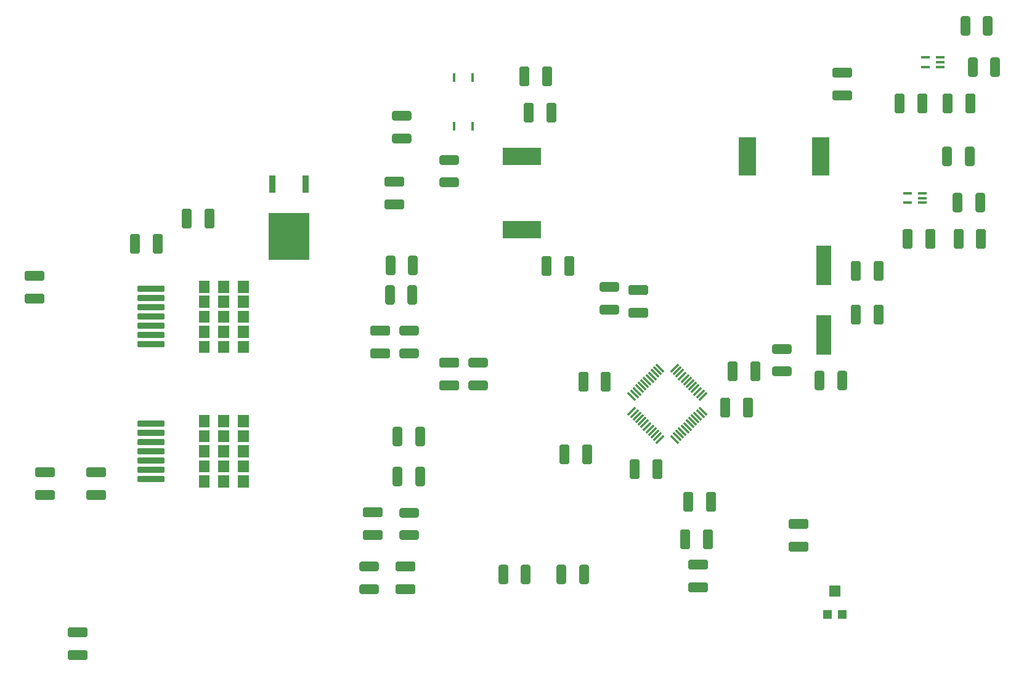
<source format=gbr>
%TF.GenerationSoftware,KiCad,Pcbnew,8.0.2*%
%TF.CreationDate,2024-06-26T19:24:32-04:00*%
%TF.ProjectId,pcb_forfirstproject,7063625f-666f-4726-9669-72737470726f,rev?*%
%TF.SameCoordinates,Original*%
%TF.FileFunction,Paste,Top*%
%TF.FilePolarity,Positive*%
%FSLAX46Y46*%
G04 Gerber Fmt 4.6, Leading zero omitted, Abs format (unit mm)*
G04 Created by KiCad (PCBNEW 8.0.2) date 2024-06-26 19:24:32*
%MOMM*%
%LPD*%
G01*
G04 APERTURE LIST*
G04 Aperture macros list*
%AMRoundRect*
0 Rectangle with rounded corners*
0 $1 Rounding radius*
0 $2 $3 $4 $5 $6 $7 $8 $9 X,Y pos of 4 corners*
0 Add a 4 corners polygon primitive as box body*
4,1,4,$2,$3,$4,$5,$6,$7,$8,$9,$2,$3,0*
0 Add four circle primitives for the rounded corners*
1,1,$1+$1,$2,$3*
1,1,$1+$1,$4,$5*
1,1,$1+$1,$6,$7*
1,1,$1+$1,$8,$9*
0 Add four rect primitives between the rounded corners*
20,1,$1+$1,$2,$3,$4,$5,0*
20,1,$1+$1,$4,$5,$6,$7,0*
20,1,$1+$1,$6,$7,$8,$9,0*
20,1,$1+$1,$8,$9,$2,$3,0*%
G04 Aperture macros list end*
%ADD10C,0.010000*%
%ADD11RoundRect,0.250000X0.412500X1.100000X-0.412500X1.100000X-0.412500X-1.100000X0.412500X-1.100000X0*%
%ADD12RoundRect,0.098750X-1.736250X-0.296250X1.736250X-0.296250X1.736250X0.296250X-1.736250X0.296250X0*%
%ADD13R,2.413000X5.207000*%
%ADD14R,2.000000X5.500000*%
%ADD15RoundRect,0.250000X-0.412500X-1.100000X0.412500X-1.100000X0.412500X1.100000X-0.412500X1.100000X0*%
%ADD16RoundRect,0.250000X-0.400000X-1.075000X0.400000X-1.075000X0.400000X1.075000X-0.400000X1.075000X0*%
%ADD17RoundRect,0.075000X0.415425X0.521491X-0.521491X-0.415425X-0.415425X-0.521491X0.521491X0.415425X0*%
%ADD18RoundRect,0.075000X-0.415425X0.521491X-0.521491X0.415425X0.415425X-0.521491X0.521491X-0.415425X0*%
%ADD19R,1.200000X1.200000*%
%ADD20R,1.600000X1.500000*%
%ADD21RoundRect,0.250000X-1.075000X0.400000X-1.075000X-0.400000X1.075000X-0.400000X1.075000X0.400000X0*%
%ADD22RoundRect,0.250000X1.100000X-0.412500X1.100000X0.412500X-1.100000X0.412500X-1.100000X-0.412500X0*%
%ADD23RoundRect,0.250000X-1.100000X0.412500X-1.100000X-0.412500X1.100000X-0.412500X1.100000X0.412500X0*%
%ADD24R,1.168400X0.355600*%
%ADD25RoundRect,0.250000X1.075000X-0.400000X1.075000X0.400000X-1.075000X0.400000X-1.075000X-0.400000X0*%
%ADD26RoundRect,0.250000X0.400000X1.075000X-0.400000X1.075000X-0.400000X-1.075000X0.400000X-1.075000X0*%
%ADD27R,0.457200X1.219200*%
%ADD28R,5.207000X2.413000*%
%ADD29R,0.939800X2.413000*%
%ADD30R,5.562600X6.553200*%
G04 APERTURE END LIST*
D10*
%TO.C,U5*%
X95525000Y-111975485D02*
X94115000Y-111975485D01*
X94115000Y-110395485D01*
X95525000Y-110395485D01*
X95525000Y-111975485D01*
G36*
X95525000Y-111975485D02*
G01*
X94115000Y-111975485D01*
X94115000Y-110395485D01*
X95525000Y-110395485D01*
X95525000Y-111975485D01*
G37*
X95525000Y-114045485D02*
X94115000Y-114045485D01*
X94115000Y-112465485D01*
X95525000Y-112465485D01*
X95525000Y-114045485D01*
G36*
X95525000Y-114045485D02*
G01*
X94115000Y-114045485D01*
X94115000Y-112465485D01*
X95525000Y-112465485D01*
X95525000Y-114045485D01*
G37*
X95525000Y-116115485D02*
X94115000Y-116115485D01*
X94115000Y-114535485D01*
X95525000Y-114535485D01*
X95525000Y-116115485D01*
G36*
X95525000Y-116115485D02*
G01*
X94115000Y-116115485D01*
X94115000Y-114535485D01*
X95525000Y-114535485D01*
X95525000Y-116115485D01*
G37*
X95525000Y-118185485D02*
X94115000Y-118185485D01*
X94115000Y-116605485D01*
X95525000Y-116605485D01*
X95525000Y-118185485D01*
G36*
X95525000Y-118185485D02*
G01*
X94115000Y-118185485D01*
X94115000Y-116605485D01*
X95525000Y-116605485D01*
X95525000Y-118185485D01*
G37*
X95525000Y-120255485D02*
X94115000Y-120255485D01*
X94115000Y-118675485D01*
X95525000Y-118675485D01*
X95525000Y-120255485D01*
G36*
X95525000Y-120255485D02*
G01*
X94115000Y-120255485D01*
X94115000Y-118675485D01*
X95525000Y-118675485D01*
X95525000Y-120255485D01*
G37*
X98205000Y-111975485D02*
X96795000Y-111975485D01*
X96795000Y-110395485D01*
X98205000Y-110395485D01*
X98205000Y-111975485D01*
G36*
X98205000Y-111975485D02*
G01*
X96795000Y-111975485D01*
X96795000Y-110395485D01*
X98205000Y-110395485D01*
X98205000Y-111975485D01*
G37*
X98205000Y-114045485D02*
X96795000Y-114045485D01*
X96795000Y-112465485D01*
X98205000Y-112465485D01*
X98205000Y-114045485D01*
G36*
X98205000Y-114045485D02*
G01*
X96795000Y-114045485D01*
X96795000Y-112465485D01*
X98205000Y-112465485D01*
X98205000Y-114045485D01*
G37*
X98205000Y-116115485D02*
X96795000Y-116115485D01*
X96795000Y-114535485D01*
X98205000Y-114535485D01*
X98205000Y-116115485D01*
G36*
X98205000Y-116115485D02*
G01*
X96795000Y-116115485D01*
X96795000Y-114535485D01*
X98205000Y-114535485D01*
X98205000Y-116115485D01*
G37*
X98205000Y-118185485D02*
X96795000Y-118185485D01*
X96795000Y-116605485D01*
X98205000Y-116605485D01*
X98205000Y-118185485D01*
G36*
X98205000Y-118185485D02*
G01*
X96795000Y-118185485D01*
X96795000Y-116605485D01*
X98205000Y-116605485D01*
X98205000Y-118185485D01*
G37*
X98205000Y-120255485D02*
X96795000Y-120255485D01*
X96795000Y-118675485D01*
X98205000Y-118675485D01*
X98205000Y-120255485D01*
G36*
X98205000Y-120255485D02*
G01*
X96795000Y-120255485D01*
X96795000Y-118675485D01*
X98205000Y-118675485D01*
X98205000Y-120255485D01*
G37*
X100885000Y-111975485D02*
X99475000Y-111975485D01*
X99475000Y-110395485D01*
X100885000Y-110395485D01*
X100885000Y-111975485D01*
G36*
X100885000Y-111975485D02*
G01*
X99475000Y-111975485D01*
X99475000Y-110395485D01*
X100885000Y-110395485D01*
X100885000Y-111975485D01*
G37*
X100885000Y-114045485D02*
X99475000Y-114045485D01*
X99475000Y-112465485D01*
X100885000Y-112465485D01*
X100885000Y-114045485D01*
G36*
X100885000Y-114045485D02*
G01*
X99475000Y-114045485D01*
X99475000Y-112465485D01*
X100885000Y-112465485D01*
X100885000Y-114045485D01*
G37*
X100885000Y-116115485D02*
X99475000Y-116115485D01*
X99475000Y-114535485D01*
X100885000Y-114535485D01*
X100885000Y-116115485D01*
G36*
X100885000Y-116115485D02*
G01*
X99475000Y-116115485D01*
X99475000Y-114535485D01*
X100885000Y-114535485D01*
X100885000Y-116115485D01*
G37*
X100885000Y-118185485D02*
X99475000Y-118185485D01*
X99475000Y-116605485D01*
X100885000Y-116605485D01*
X100885000Y-118185485D01*
G36*
X100885000Y-118185485D02*
G01*
X99475000Y-118185485D01*
X99475000Y-116605485D01*
X100885000Y-116605485D01*
X100885000Y-118185485D01*
G37*
X100885000Y-120255485D02*
X99475000Y-120255485D01*
X99475000Y-118675485D01*
X100885000Y-118675485D01*
X100885000Y-120255485D01*
G36*
X100885000Y-120255485D02*
G01*
X99475000Y-120255485D01*
X99475000Y-118675485D01*
X100885000Y-118675485D01*
X100885000Y-120255485D01*
G37*
%TO.C,U3*%
X95525000Y-93475485D02*
X94115000Y-93475485D01*
X94115000Y-91895485D01*
X95525000Y-91895485D01*
X95525000Y-93475485D01*
G36*
X95525000Y-93475485D02*
G01*
X94115000Y-93475485D01*
X94115000Y-91895485D01*
X95525000Y-91895485D01*
X95525000Y-93475485D01*
G37*
X95525000Y-95545485D02*
X94115000Y-95545485D01*
X94115000Y-93965485D01*
X95525000Y-93965485D01*
X95525000Y-95545485D01*
G36*
X95525000Y-95545485D02*
G01*
X94115000Y-95545485D01*
X94115000Y-93965485D01*
X95525000Y-93965485D01*
X95525000Y-95545485D01*
G37*
X95525000Y-97615485D02*
X94115000Y-97615485D01*
X94115000Y-96035485D01*
X95525000Y-96035485D01*
X95525000Y-97615485D01*
G36*
X95525000Y-97615485D02*
G01*
X94115000Y-97615485D01*
X94115000Y-96035485D01*
X95525000Y-96035485D01*
X95525000Y-97615485D01*
G37*
X95525000Y-99685485D02*
X94115000Y-99685485D01*
X94115000Y-98105485D01*
X95525000Y-98105485D01*
X95525000Y-99685485D01*
G36*
X95525000Y-99685485D02*
G01*
X94115000Y-99685485D01*
X94115000Y-98105485D01*
X95525000Y-98105485D01*
X95525000Y-99685485D01*
G37*
X95525000Y-101755485D02*
X94115000Y-101755485D01*
X94115000Y-100175485D01*
X95525000Y-100175485D01*
X95525000Y-101755485D01*
G36*
X95525000Y-101755485D02*
G01*
X94115000Y-101755485D01*
X94115000Y-100175485D01*
X95525000Y-100175485D01*
X95525000Y-101755485D01*
G37*
X98205000Y-93475485D02*
X96795000Y-93475485D01*
X96795000Y-91895485D01*
X98205000Y-91895485D01*
X98205000Y-93475485D01*
G36*
X98205000Y-93475485D02*
G01*
X96795000Y-93475485D01*
X96795000Y-91895485D01*
X98205000Y-91895485D01*
X98205000Y-93475485D01*
G37*
X98205000Y-95545485D02*
X96795000Y-95545485D01*
X96795000Y-93965485D01*
X98205000Y-93965485D01*
X98205000Y-95545485D01*
G36*
X98205000Y-95545485D02*
G01*
X96795000Y-95545485D01*
X96795000Y-93965485D01*
X98205000Y-93965485D01*
X98205000Y-95545485D01*
G37*
X98205000Y-97615485D02*
X96795000Y-97615485D01*
X96795000Y-96035485D01*
X98205000Y-96035485D01*
X98205000Y-97615485D01*
G36*
X98205000Y-97615485D02*
G01*
X96795000Y-97615485D01*
X96795000Y-96035485D01*
X98205000Y-96035485D01*
X98205000Y-97615485D01*
G37*
X98205000Y-99685485D02*
X96795000Y-99685485D01*
X96795000Y-98105485D01*
X98205000Y-98105485D01*
X98205000Y-99685485D01*
G36*
X98205000Y-99685485D02*
G01*
X96795000Y-99685485D01*
X96795000Y-98105485D01*
X98205000Y-98105485D01*
X98205000Y-99685485D01*
G37*
X98205000Y-101755485D02*
X96795000Y-101755485D01*
X96795000Y-100175485D01*
X98205000Y-100175485D01*
X98205000Y-101755485D01*
G36*
X98205000Y-101755485D02*
G01*
X96795000Y-101755485D01*
X96795000Y-100175485D01*
X98205000Y-100175485D01*
X98205000Y-101755485D01*
G37*
X100885000Y-93475485D02*
X99475000Y-93475485D01*
X99475000Y-91895485D01*
X100885000Y-91895485D01*
X100885000Y-93475485D01*
G36*
X100885000Y-93475485D02*
G01*
X99475000Y-93475485D01*
X99475000Y-91895485D01*
X100885000Y-91895485D01*
X100885000Y-93475485D01*
G37*
X100885000Y-95545485D02*
X99475000Y-95545485D01*
X99475000Y-93965485D01*
X100885000Y-93965485D01*
X100885000Y-95545485D01*
G36*
X100885000Y-95545485D02*
G01*
X99475000Y-95545485D01*
X99475000Y-93965485D01*
X100885000Y-93965485D01*
X100885000Y-95545485D01*
G37*
X100885000Y-97615485D02*
X99475000Y-97615485D01*
X99475000Y-96035485D01*
X100885000Y-96035485D01*
X100885000Y-97615485D01*
G36*
X100885000Y-97615485D02*
G01*
X99475000Y-97615485D01*
X99475000Y-96035485D01*
X100885000Y-96035485D01*
X100885000Y-97615485D01*
G37*
X100885000Y-99685485D02*
X99475000Y-99685485D01*
X99475000Y-98105485D01*
X100885000Y-98105485D01*
X100885000Y-99685485D01*
G36*
X100885000Y-99685485D02*
G01*
X99475000Y-99685485D01*
X99475000Y-98105485D01*
X100885000Y-98105485D01*
X100885000Y-99685485D01*
G37*
X100885000Y-101755485D02*
X99475000Y-101755485D01*
X99475000Y-100175485D01*
X100885000Y-100175485D01*
X100885000Y-101755485D01*
G36*
X100885000Y-101755485D02*
G01*
X99475000Y-101755485D01*
X99475000Y-100175485D01*
X100885000Y-100175485D01*
X100885000Y-101755485D01*
G37*
%TD*%
D11*
%TO.C,C5*%
X150062500Y-105825485D03*
X146937500Y-105825485D03*
%TD*%
D12*
%TO.C,U5*%
X87540000Y-111515485D03*
X87540000Y-112785485D03*
X87540000Y-114055485D03*
X87540000Y-115325485D03*
X87540000Y-116595485D03*
X87540000Y-117865485D03*
X87540000Y-119135485D03*
%TD*%
%TO.C,U3*%
X87540000Y-93015485D03*
X87540000Y-94285485D03*
X87540000Y-95555485D03*
X87540000Y-96825485D03*
X87540000Y-98095485D03*
X87540000Y-99365485D03*
X87540000Y-100635485D03*
%TD*%
D13*
%TO.C,L6*%
X169458100Y-74825485D03*
X179541900Y-74825485D03*
%TD*%
D14*
%TO.C,Y1*%
X180000000Y-89825485D03*
X180000000Y-99325485D03*
%TD*%
D15*
%TO.C,C17*%
X191500000Y-86174495D03*
X194625000Y-86174495D03*
%TD*%
D16*
%TO.C,R9*%
X179400000Y-105662985D03*
X182500000Y-105662985D03*
%TD*%
%TO.C,R8*%
X196950000Y-74825485D03*
X200050000Y-74825485D03*
%TD*%
D11*
%TO.C,C20*%
X164500000Y-122325485D03*
X161375000Y-122325485D03*
%TD*%
D17*
%TO.C,U1*%
X163387876Y-107826697D03*
X163034322Y-107473143D03*
X162680769Y-107119590D03*
X162327215Y-106766036D03*
X161973662Y-106412483D03*
X161620109Y-106058930D03*
X161266555Y-105705376D03*
X160913002Y-105351823D03*
X160559449Y-104998270D03*
X160205895Y-104644716D03*
X159852342Y-104291163D03*
X159498788Y-103937609D03*
D18*
X157501212Y-103937609D03*
X157147658Y-104291163D03*
X156794105Y-104644716D03*
X156440551Y-104998270D03*
X156086998Y-105351823D03*
X155733445Y-105705376D03*
X155379891Y-106058930D03*
X155026338Y-106412483D03*
X154672785Y-106766036D03*
X154319231Y-107119590D03*
X153965678Y-107473143D03*
X153612124Y-107826697D03*
D17*
X153612124Y-109824273D03*
X153965678Y-110177827D03*
X154319231Y-110531380D03*
X154672785Y-110884934D03*
X155026338Y-111238487D03*
X155379891Y-111592040D03*
X155733445Y-111945594D03*
X156086998Y-112299147D03*
X156440551Y-112652700D03*
X156794105Y-113006254D03*
X157147658Y-113359807D03*
X157501212Y-113713361D03*
D18*
X159498788Y-113713361D03*
X159852342Y-113359807D03*
X160205895Y-113006254D03*
X160559449Y-112652700D03*
X160913002Y-112299147D03*
X161266555Y-111945594D03*
X161620109Y-111592040D03*
X161973662Y-111238487D03*
X162327215Y-110884934D03*
X162680769Y-110531380D03*
X163034322Y-110177827D03*
X163387876Y-109824273D03*
%TD*%
D16*
%TO.C,R4*%
X143950000Y-132325485D03*
X147050000Y-132325485D03*
%TD*%
D19*
%TO.C,POT2*%
X180500000Y-137825485D03*
D20*
X181500000Y-134575485D03*
D19*
X182500000Y-137825485D03*
%TD*%
D21*
%TO.C,R5*%
X150500000Y-92775485D03*
X150500000Y-95875485D03*
%TD*%
D15*
%TO.C,C16*%
X85375000Y-86825485D03*
X88500000Y-86825485D03*
%TD*%
D22*
%TO.C,C37*%
X128500000Y-106325485D03*
X128500000Y-103200485D03*
%TD*%
D16*
%TO.C,R3*%
X135950000Y-132325485D03*
X139050000Y-132325485D03*
%TD*%
D15*
%TO.C,C34*%
X141875000Y-89867385D03*
X145000000Y-89867385D03*
%TD*%
D23*
%TO.C,C9*%
X162750000Y-130925485D03*
X162750000Y-134050485D03*
%TD*%
D22*
%TO.C,C40*%
X121000000Y-81387985D03*
X121000000Y-78262985D03*
%TD*%
%TO.C,C11*%
X122500000Y-134325485D03*
X122500000Y-131200485D03*
%TD*%
D11*
%TO.C,C8*%
X164062500Y-127487985D03*
X160937500Y-127487985D03*
%TD*%
D23*
%TO.C,C35*%
X71500000Y-91262985D03*
X71500000Y-94387985D03*
%TD*%
D21*
%TO.C,R6*%
X174250000Y-101275485D03*
X174250000Y-104375485D03*
%TD*%
D24*
%TO.C,U2*%
X196041400Y-62499990D03*
X196041400Y-61849991D03*
X196041400Y-61199992D03*
X193958600Y-61199992D03*
X193958600Y-62499990D03*
%TD*%
D11*
%TO.C,C7*%
X147500000Y-115825485D03*
X144375000Y-115825485D03*
%TD*%
%TO.C,C36*%
X95562500Y-83325485D03*
X92437500Y-83325485D03*
%TD*%
%TO.C,C18*%
X200125000Y-67499990D03*
X197000000Y-67499990D03*
%TD*%
D15*
%TO.C,C2*%
X184437500Y-90575485D03*
X187562500Y-90575485D03*
%TD*%
%TO.C,C3*%
X166437500Y-109325485D03*
X169562500Y-109325485D03*
%TD*%
D25*
%TO.C,R10*%
X128500000Y-78375485D03*
X128500000Y-75275485D03*
%TD*%
D21*
%TO.C,R19*%
X123000000Y-123787985D03*
X123000000Y-126887985D03*
%TD*%
D26*
%TO.C,R7*%
X201500000Y-81174495D03*
X198400000Y-81174495D03*
%TD*%
D27*
%TO.C,Q2*%
X129230000Y-70665585D03*
X131770000Y-70665585D03*
X131770000Y-63985385D03*
X129230000Y-63985385D03*
%TD*%
D22*
%TO.C,C32*%
X182500000Y-66387985D03*
X182500000Y-63262985D03*
%TD*%
%TO.C,C13*%
X118000000Y-126887985D03*
X118000000Y-123762985D03*
%TD*%
D23*
%TO.C,C39*%
X77500000Y-140262985D03*
X77500000Y-143387985D03*
%TD*%
D21*
%TO.C,R21*%
X132500000Y-103200485D03*
X132500000Y-106300485D03*
%TD*%
%TO.C,R14*%
X123000000Y-98775485D03*
X123000000Y-101875485D03*
%TD*%
D23*
%TO.C,C19*%
X154500000Y-93200485D03*
X154500000Y-96325485D03*
%TD*%
D26*
%TO.C,R18*%
X124550000Y-118825485D03*
X121450000Y-118825485D03*
%TD*%
D22*
%TO.C,C12*%
X119000000Y-101900485D03*
X119000000Y-98775485D03*
%TD*%
D11*
%TO.C,C4*%
X157125000Y-117825485D03*
X154000000Y-117825485D03*
%TD*%
D25*
%TO.C,R20*%
X122000000Y-72325485D03*
X122000000Y-69225485D03*
%TD*%
D28*
%TO.C,L7*%
X138500000Y-74825485D03*
X138500000Y-84909285D03*
%TD*%
D22*
%TO.C,C15*%
X73000000Y-121387985D03*
X73000000Y-118262985D03*
%TD*%
D21*
%TO.C,R13*%
X117500000Y-131212985D03*
X117500000Y-134312985D03*
%TD*%
D22*
%TO.C,C10*%
X176500000Y-128450485D03*
X176500000Y-125325485D03*
%TD*%
D26*
%TO.C,R2*%
X203550000Y-62499990D03*
X200450000Y-62499990D03*
%TD*%
D29*
%TO.C,MOSFET2*%
X108790000Y-78599185D03*
D30*
X106500000Y-85825485D03*
D29*
X104210000Y-78599185D03*
%TD*%
D15*
%TO.C,C1*%
X184437500Y-96575485D03*
X187562500Y-96575485D03*
%TD*%
D11*
%TO.C,C21*%
X201625000Y-86174495D03*
X198500000Y-86174495D03*
%TD*%
D16*
%TO.C,R1*%
X199450000Y-56825485D03*
X202550000Y-56825485D03*
%TD*%
D26*
%TO.C,R17*%
X123550000Y-89825485D03*
X120450000Y-89825485D03*
%TD*%
D15*
%TO.C,C22*%
X190437500Y-67499990D03*
X193562500Y-67499990D03*
%TD*%
D11*
%TO.C,C33*%
X142000000Y-63825485D03*
X138875000Y-63825485D03*
%TD*%
D15*
%TO.C,C6*%
X167500000Y-104325485D03*
X170625000Y-104325485D03*
%TD*%
D23*
%TO.C,C14*%
X80000000Y-118262985D03*
X80000000Y-121387985D03*
%TD*%
D26*
%TO.C,R15*%
X124550000Y-113325485D03*
X121450000Y-113325485D03*
%TD*%
D11*
%TO.C,C31*%
X142562500Y-68825485D03*
X139437500Y-68825485D03*
%TD*%
D24*
%TO.C,U6*%
X193582800Y-81174495D03*
X193582800Y-80524496D03*
X193582800Y-79874497D03*
X191500000Y-79874497D03*
X191500000Y-81174495D03*
%TD*%
D26*
%TO.C,R16*%
X123450000Y-93825485D03*
X120350000Y-93825485D03*
%TD*%
M02*

</source>
